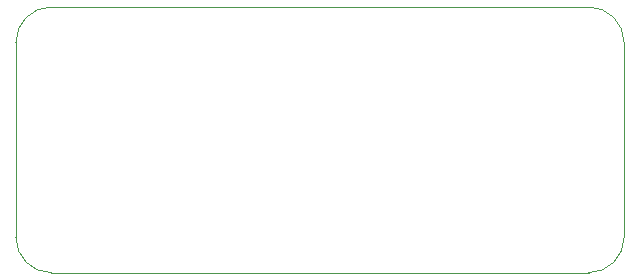
<source format=gbr>
%TF.GenerationSoftware,KiCad,Pcbnew,(6.0.7)*%
%TF.CreationDate,2023-05-28T23:18:47-04:00*%
%TF.ProjectId,microkfd,6d696372-6f6b-4666-942e-6b696361645f,E*%
%TF.SameCoordinates,Original*%
%TF.FileFunction,Profile,NP*%
%FSLAX46Y46*%
G04 Gerber Fmt 4.6, Leading zero omitted, Abs format (unit mm)*
G04 Created by KiCad (PCBNEW (6.0.7)) date 2023-05-28 23:18:47*
%MOMM*%
%LPD*%
G01*
G04 APERTURE LIST*
%TA.AperFunction,Profile*%
%ADD10C,0.100000*%
%TD*%
G04 APERTURE END LIST*
D10*
X145500000Y-111250000D02*
X100000000Y-111250000D01*
X148500000Y-91750000D02*
G75*
G03*
X145500000Y-88750000I-3000000J0D01*
G01*
X145500000Y-111250000D02*
G75*
G03*
X148500000Y-108250000I0J3000000D01*
G01*
X148500000Y-91750000D02*
X148500000Y-108250000D01*
X100000000Y-88750000D02*
X145500000Y-88750000D01*
X97000000Y-108250000D02*
X97000000Y-91750000D01*
X97000000Y-108250000D02*
G75*
G03*
X100000000Y-111250000I3000000J0D01*
G01*
X100000000Y-88750000D02*
G75*
G03*
X97000000Y-91750000I0J-3000000D01*
G01*
M02*

</source>
